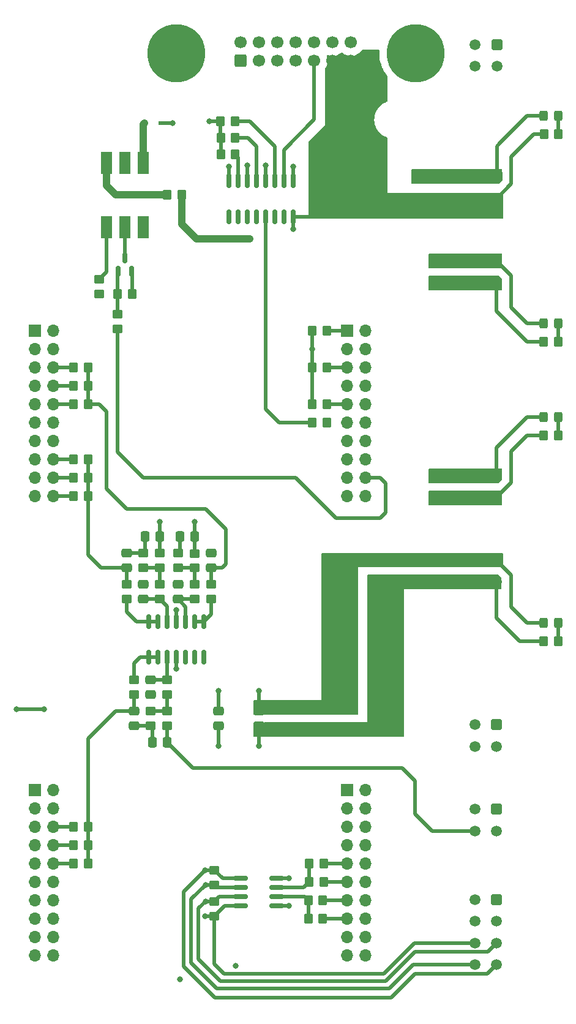
<source format=gbr>
%TF.GenerationSoftware,KiCad,Pcbnew,(6.0.1)*%
%TF.CreationDate,2022-06-02T13:00:42+03:00*%
%TF.ProjectId,Launch-Adapter,4c61756e-6368-42d4-9164-61707465722e,rev?*%
%TF.SameCoordinates,Original*%
%TF.FileFunction,Copper,L1,Top*%
%TF.FilePolarity,Positive*%
%FSLAX46Y46*%
G04 Gerber Fmt 4.6, Leading zero omitted, Abs format (unit mm)*
G04 Created by KiCad (PCBNEW (6.0.1)) date 2022-06-02 13:00:42*
%MOMM*%
%LPD*%
G01*
G04 APERTURE LIST*
G04 Aperture macros list*
%AMRoundRect*
0 Rectangle with rounded corners*
0 $1 Rounding radius*
0 $2 $3 $4 $5 $6 $7 $8 $9 X,Y pos of 4 corners*
0 Add a 4 corners polygon primitive as box body*
4,1,4,$2,$3,$4,$5,$6,$7,$8,$9,$2,$3,0*
0 Add four circle primitives for the rounded corners*
1,1,$1+$1,$2,$3*
1,1,$1+$1,$4,$5*
1,1,$1+$1,$6,$7*
1,1,$1+$1,$8,$9*
0 Add four rect primitives between the rounded corners*
20,1,$1+$1,$2,$3,$4,$5,0*
20,1,$1+$1,$4,$5,$6,$7,0*
20,1,$1+$1,$6,$7,$8,$9,0*
20,1,$1+$1,$8,$9,$2,$3,0*%
G04 Aperture macros list end*
%TA.AperFunction,SMDPad,CuDef*%
%ADD10RoundRect,0.250000X0.350000X0.450000X-0.350000X0.450000X-0.350000X-0.450000X0.350000X-0.450000X0*%
%TD*%
%TA.AperFunction,SMDPad,CuDef*%
%ADD11RoundRect,0.250000X-0.350000X-0.450000X0.350000X-0.450000X0.350000X0.450000X-0.350000X0.450000X0*%
%TD*%
%TA.AperFunction,SMDPad,CuDef*%
%ADD12RoundRect,0.250000X0.475000X-0.337500X0.475000X0.337500X-0.475000X0.337500X-0.475000X-0.337500X0*%
%TD*%
%TA.AperFunction,SMDPad,CuDef*%
%ADD13RoundRect,0.250000X1.100000X-0.412500X1.100000X0.412500X-1.100000X0.412500X-1.100000X-0.412500X0*%
%TD*%
%TA.AperFunction,ComponentPad*%
%ADD14RoundRect,0.250001X-0.499999X0.499999X-0.499999X-0.499999X0.499999X-0.499999X0.499999X0.499999X0*%
%TD*%
%TA.AperFunction,ComponentPad*%
%ADD15C,1.500000*%
%TD*%
%TA.AperFunction,SMDPad,CuDef*%
%ADD16RoundRect,0.250000X0.450000X-0.350000X0.450000X0.350000X-0.450000X0.350000X-0.450000X-0.350000X0*%
%TD*%
%TA.AperFunction,SMDPad,CuDef*%
%ADD17RoundRect,0.250000X-0.450000X0.350000X-0.450000X-0.350000X0.450000X-0.350000X0.450000X0.350000X0*%
%TD*%
%TA.AperFunction,ComponentPad*%
%ADD18RoundRect,0.250000X0.600000X-0.600000X0.600000X0.600000X-0.600000X0.600000X-0.600000X-0.600000X0*%
%TD*%
%TA.AperFunction,ComponentPad*%
%ADD19C,1.700000*%
%TD*%
%TA.AperFunction,ComponentPad*%
%ADD20C,8.000000*%
%TD*%
%TA.AperFunction,SMDPad,CuDef*%
%ADD21RoundRect,0.250000X-0.475000X0.337500X-0.475000X-0.337500X0.475000X-0.337500X0.475000X0.337500X0*%
%TD*%
%TA.AperFunction,SMDPad,CuDef*%
%ADD22RoundRect,0.250000X-0.325000X-0.450000X0.325000X-0.450000X0.325000X0.450000X-0.325000X0.450000X0*%
%TD*%
%TA.AperFunction,SMDPad,CuDef*%
%ADD23RoundRect,0.150000X-0.150000X0.850000X-0.150000X-0.850000X0.150000X-0.850000X0.150000X0.850000X0*%
%TD*%
%TA.AperFunction,SMDPad,CuDef*%
%ADD24RoundRect,0.150000X-0.150000X0.825000X-0.150000X-0.825000X0.150000X-0.825000X0.150000X0.825000X0*%
%TD*%
%TA.AperFunction,SMDPad,CuDef*%
%ADD25RoundRect,0.250000X0.337500X0.475000X-0.337500X0.475000X-0.337500X-0.475000X0.337500X-0.475000X0*%
%TD*%
%TA.AperFunction,ComponentPad*%
%ADD26R,1.700000X1.700000*%
%TD*%
%TA.AperFunction,ComponentPad*%
%ADD27O,1.700000X1.700000*%
%TD*%
%TA.AperFunction,SMDPad,CuDef*%
%ADD28RoundRect,0.150000X0.150000X-0.587500X0.150000X0.587500X-0.150000X0.587500X-0.150000X-0.587500X0*%
%TD*%
%TA.AperFunction,SMDPad,CuDef*%
%ADD29R,1.600000X3.100000*%
%TD*%
%TA.AperFunction,SMDPad,CuDef*%
%ADD30R,0.500000X0.500000*%
%TD*%
%TA.AperFunction,SMDPad,CuDef*%
%ADD31RoundRect,0.150000X0.825000X0.150000X-0.825000X0.150000X-0.825000X-0.150000X0.825000X-0.150000X0*%
%TD*%
%TA.AperFunction,ViaPad*%
%ADD32C,0.800000*%
%TD*%
%TA.AperFunction,Conductor*%
%ADD33C,0.500000*%
%TD*%
%TA.AperFunction,Conductor*%
%ADD34C,1.000000*%
%TD*%
G04 APERTURE END LIST*
D10*
%TO.P,R28,1*%
%TO.N,V_IN_ADC*%
X70342000Y-71374000D03*
%TO.P,R28,2*%
%TO.N,Net-(J1-Pad8)*%
X68342000Y-71374000D03*
%TD*%
%TO.P,R31,1*%
%TO.N,V_OUT_ADC*%
X70342000Y-84074000D03*
%TO.P,R31,2*%
%TO.N,Net-(J1-Pad18)*%
X68342000Y-84074000D03*
%TD*%
D11*
%TO.P,R17,1*%
%TO.N,+15V*%
X133382000Y-36576000D03*
%TO.P,R17,2*%
%TO.N,Net-(D4-Pad2)*%
X135382000Y-36576000D03*
%TD*%
D12*
%TO.P,C23,1*%
%TO.N,V_IN_ADC*%
X87376000Y-96541500D03*
%TO.P,C23,2*%
%TO.N,GND*%
X87376000Y-94466500D03*
%TD*%
D10*
%TO.P,R35,1*%
%TO.N,I_INDUCT_ADC*%
X70342000Y-137414000D03*
%TO.P,R35,2*%
%TO.N,Net-(J2-Pad10)*%
X68342000Y-137414000D03*
%TD*%
D13*
%TO.P,C5,1*%
%TO.N,+3V3*%
X120490000Y-57188500D03*
%TO.P,C5,2*%
%TO.N,GND*%
X120490000Y-54063500D03*
%TD*%
D10*
%TO.P,R29,1*%
%TO.N,V_IN_ADC*%
X70342000Y-73914000D03*
%TO.P,R29,2*%
%TO.N,Net-(J1-Pad10)*%
X68342000Y-73914000D03*
%TD*%
D12*
%TO.P,C1,1*%
%TO.N,+3V3*%
X88345000Y-118385500D03*
%TO.P,C1,2*%
%TO.N,GND*%
X88345000Y-116310500D03*
%TD*%
D11*
%TO.P,R20,1*%
%TO.N,+5VD*%
X133366000Y-106680000D03*
%TO.P,R20,2*%
%TO.N,Net-(D7-Pad2)*%
X135366000Y-106680000D03*
%TD*%
D14*
%TO.P,J13,1,Pin_1*%
%TO.N,GND*%
X126878500Y-24154000D03*
D15*
%TO.P,J13,2,Pin_2*%
%TO.N,Net-(D1-Pad4)*%
X126878500Y-27154000D03*
%TO.P,J13,3,Pin_3*%
%TO.N,GND*%
X123878500Y-24154000D03*
%TO.P,J13,4,Pin_4*%
%TO.N,Net-(D1-Pad4)*%
X123878500Y-27154000D03*
%TD*%
D10*
%TO.P,R38,1*%
%TO.N,Net-(J3-Pad9)*%
X103362000Y-73914000D03*
%TO.P,R38,2*%
%TO.N,PWM_IN*%
X101362000Y-73914000D03*
%TD*%
D16*
%TO.P,R8,1*%
%TO.N,Net-(R12-Pad2)*%
X85068500Y-96520000D03*
%TO.P,R8,2*%
%TO.N,V_IN*%
X85068500Y-94520000D03*
%TD*%
D17*
%TO.P,R15,1*%
%TO.N,V_IN_ADC*%
X87376000Y-98822000D03*
%TO.P,R15,2*%
%TO.N,Net-(R15-Pad2)*%
X87376000Y-100822000D03*
%TD*%
D18*
%TO.P,J5,1,Pin_1*%
%TO.N,RESET*%
X91440000Y-26416000D03*
D19*
%TO.P,J5,2,Pin_2*%
%TO.N,GND*%
X91440000Y-23876000D03*
%TO.P,J5,3,Pin_3*%
%TO.N,nERR_IN*%
X93980000Y-26416000D03*
%TO.P,J5,4,Pin_4*%
%TO.N,GND*%
X93980000Y-23876000D03*
%TO.P,J5,5,Pin_5*%
%TO.N,nERR_OUT*%
X96520000Y-26416000D03*
%TO.P,J5,6,Pin_6*%
%TO.N,GND*%
X96520000Y-23876000D03*
%TO.P,J5,7,Pin_7*%
%TO.N,unconnected-(J5-Pad7)*%
X99060000Y-26416000D03*
%TO.P,J5,8,Pin_8*%
%TO.N,GND*%
X99060000Y-23876000D03*
%TO.P,J5,9,Pin_9*%
%TO.N,PWM_OUT*%
X101600000Y-26416000D03*
%TO.P,J5,10,Pin_10*%
%TO.N,GND*%
X101600000Y-23876000D03*
%TO.P,J5,11,Pin_11*%
%TO.N,+15V*%
X104140000Y-26416000D03*
%TO.P,J5,12,Pin_12*%
%TO.N,GND*%
X104140000Y-23876000D03*
%TO.P,J5,13,Pin_13*%
%TO.N,+15V*%
X106680000Y-26416000D03*
%TO.P,J5,14,Pin_14*%
%TO.N,GND*%
X106680000Y-23876000D03*
D20*
%TO.P,J5,MP*%
%TO.N,N/C*%
X115620000Y-25396000D03*
X82500000Y-25396000D03*
%TD*%
D14*
%TO.P,J9,1,Pin_1*%
%TO.N,GND*%
X126840000Y-54084000D03*
D15*
%TO.P,J9,2,Pin_2*%
%TO.N,+3V3*%
X126840000Y-57084000D03*
%TO.P,J9,3,Pin_3*%
%TO.N,GND*%
X123840000Y-54084000D03*
%TO.P,J9,4,Pin_4*%
%TO.N,+3V3*%
X123840000Y-57084000D03*
%TD*%
D12*
%TO.P,C19,1*%
%TO.N,Net-(C19-Pad1)*%
X82782500Y-100859500D03*
%TO.P,C19,2*%
%TO.N,GND*%
X82782500Y-98784500D03*
%TD*%
D17*
%TO.P,R11,1*%
%TO.N,Net-(C18-Pad1)*%
X81280000Y-112030000D03*
%TO.P,R11,2*%
%TO.N,Net-(R11-Pad2)*%
X81280000Y-114030000D03*
%TD*%
D21*
%TO.P,C18,1*%
%TO.N,Net-(C18-Pad1)*%
X78994000Y-111992500D03*
%TO.P,C18,2*%
%TO.N,GND*%
X78994000Y-114067500D03*
%TD*%
D16*
%TO.P,R16,1*%
%TO.N,Relay_Control*%
X74422000Y-63484000D03*
%TO.P,R16,2*%
%TO.N,Net-(Q1-Pad1)*%
X74422000Y-61484000D03*
%TD*%
D10*
%TO.P,R27,1*%
%TO.N,V_IN_ADC*%
X70342000Y-68834000D03*
%TO.P,R27,2*%
%TO.N,Net-(J1-Pad6)*%
X68342000Y-68834000D03*
%TD*%
%TO.P,R34,1*%
%TO.N,I_INDUCT_ADC*%
X70342000Y-134874000D03*
%TO.P,R34,2*%
%TO.N,Net-(J2-Pad8)*%
X68342000Y-134874000D03*
%TD*%
D14*
%TO.P,J10,1,Pin_1*%
%TO.N,GND2*%
X126840000Y-95446000D03*
D15*
%TO.P,J10,2,Pin_2*%
%TO.N,+5VD*%
X126840000Y-98446000D03*
%TO.P,J10,3,Pin_3*%
%TO.N,GND2*%
X123840000Y-95446000D03*
%TO.P,J10,4,Pin_4*%
%TO.N,+5VD*%
X123840000Y-98446000D03*
%TD*%
D17*
%TO.P,R6,1*%
%TO.N,Net-(R11-Pad2)*%
X81280000Y-116348000D03*
%TO.P,R6,2*%
%TO.N,I_INDUCT*%
X81280000Y-118348000D03*
%TD*%
D16*
%TO.P,R10,1*%
%TO.N,Net-(C17-Pad1)*%
X80264000Y-100822000D03*
%TO.P,R10,2*%
%TO.N,Net-(R10-Pad2)*%
X80264000Y-98822000D03*
%TD*%
D13*
%TO.P,C2,1*%
%TO.N,+15V*%
X120396000Y-45504500D03*
%TO.P,C2,2*%
%TO.N,GND*%
X120396000Y-42379500D03*
%TD*%
D17*
%TO.P,R1,1*%
%TO.N,B*%
X87819000Y-142637000D03*
%TO.P,R1,2*%
%TO.N,A*%
X87819000Y-144637000D03*
%TD*%
D11*
%TO.P,R19,1*%
%TO.N,+3V3*%
X133366000Y-65278000D03*
%TO.P,R19,2*%
%TO.N,Net-(D6-Pad2)*%
X135366000Y-65278000D03*
%TD*%
D22*
%TO.P,D4,1,K*%
%TO.N,GND*%
X133357000Y-34036000D03*
%TO.P,D4,2,A*%
%TO.N,Net-(D4-Pad2)*%
X135407000Y-34036000D03*
%TD*%
%TO.P,D7,1,K*%
%TO.N,GND2*%
X133341000Y-104140000D03*
%TO.P,D7,2,A*%
%TO.N,Net-(D7-Pad2)*%
X135391000Y-104140000D03*
%TD*%
D12*
%TO.P,C7,1*%
%TO.N,+5VD*%
X93933000Y-118385500D03*
%TO.P,C7,2*%
%TO.N,GND2*%
X93933000Y-116310500D03*
%TD*%
D11*
%TO.P,R45,1*%
%TO.N,RO*%
X100797000Y-145034000D03*
%TO.P,R45,2*%
%TO.N,Net-(J4-Pad15)*%
X102797000Y-145034000D03*
%TD*%
%TO.P,R21,1*%
%TO.N,GND*%
X88662000Y-34798000D03*
%TO.P,R21,2*%
%TO.N,PWM_IN*%
X90662000Y-34798000D03*
%TD*%
D23*
%TO.P,D8,1,VCC*%
%TO.N,+5V*%
X98679000Y-42966000D03*
%TO.P,D8,2,Aout*%
%TO.N,PWM_OUT*%
X97409000Y-42966000D03*
%TO.P,D8,3,Ain*%
%TO.N,PWM_IN*%
X96139000Y-42966000D03*
%TO.P,D8,4,Bout*%
%TO.N,nERR_IN*%
X94869000Y-42966000D03*
%TO.P,D8,5,Bin*%
%TO.N,nERR_IN_GPIO*%
X93599000Y-42966000D03*
%TO.P,D8,6,Cout*%
%TO.N,RESET*%
X92329000Y-42966000D03*
%TO.P,D8,7,Cin*%
%TO.N,RESET_GPIO*%
X91059000Y-42966000D03*
%TO.P,D8,8,VSS*%
%TO.N,GND*%
X89789000Y-42966000D03*
%TO.P,D8,9,Din*%
%TO.N,unconnected-(D8-Pad9)*%
X89789000Y-47966000D03*
%TO.P,D8,10,Dout*%
%TO.N,unconnected-(D8-Pad10)*%
X91059000Y-47966000D03*
%TO.P,D8,11,Ein*%
%TO.N,unconnected-(D8-Pad11)*%
X92329000Y-47966000D03*
%TO.P,D8,12,Eout*%
%TO.N,unconnected-(D8-Pad12)*%
X93599000Y-47966000D03*
%TO.P,D8,13,SELECT*%
%TO.N,Net-(D8-Pad13)*%
X94869000Y-47966000D03*
%TO.P,D8,14,Fin*%
%TO.N,unconnected-(D8-Pad14)*%
X96139000Y-47966000D03*
%TO.P,D8,15,Fout*%
%TO.N,unconnected-(D8-Pad15)*%
X97409000Y-47966000D03*
%TO.P,D8,16,VDD*%
%TO.N,+15V*%
X98679000Y-47966000D03*
%TD*%
D10*
%TO.P,R33,1*%
%TO.N,I_INDUCT_ADC*%
X70342000Y-132334000D03*
%TO.P,R33,2*%
%TO.N,Net-(J2-Pad6)*%
X68342000Y-132334000D03*
%TD*%
%TO.P,R32,1*%
%TO.N,V_OUT_ADC*%
X70342000Y-86614000D03*
%TO.P,R32,2*%
%TO.N,Net-(J1-Pad20)*%
X68342000Y-86614000D03*
%TD*%
D16*
%TO.P,R14,1*%
%TO.N,I_INDUCT_ADC*%
X76708000Y-114030000D03*
%TO.P,R14,2*%
%TO.N,Net-(R14-Pad2)*%
X76708000Y-112030000D03*
%TD*%
D10*
%TO.P,R41,1*%
%TO.N,+15V*%
X83296000Y-44958000D03*
%TO.P,R41,2*%
%TO.N,Net-(D1-Pad6)*%
X81296000Y-44958000D03*
%TD*%
D12*
%TO.P,C21,1*%
%TO.N,V_OUT_ADC*%
X75692000Y-96541500D03*
%TO.P,C21,2*%
%TO.N,GND*%
X75692000Y-94466500D03*
%TD*%
D11*
%TO.P,R22,1*%
%TO.N,Net-(D8-Pad13)*%
X101362000Y-76454000D03*
%TO.P,R22,2*%
%TO.N,+5V*%
X103362000Y-76454000D03*
%TD*%
D24*
%TO.P,U5,1*%
%TO.N,Net-(R15-Pad2)*%
X86360000Y-103951000D03*
%TO.P,U5,2,-*%
X85090000Y-103951000D03*
%TO.P,U5,3,+*%
%TO.N,Net-(C19-Pad1)*%
X83820000Y-103951000D03*
%TO.P,U5,4,V+*%
%TO.N,+3V3*%
X82550000Y-103951000D03*
%TO.P,U5,5,+*%
%TO.N,Net-(C17-Pad1)*%
X81280000Y-103951000D03*
%TO.P,U5,6,-*%
%TO.N,Net-(R13-Pad2)*%
X80010000Y-103951000D03*
%TO.P,U5,7*%
X78740000Y-103951000D03*
%TO.P,U5,8*%
%TO.N,Net-(R14-Pad2)*%
X78740000Y-108901000D03*
%TO.P,U5,9,-*%
X80010000Y-108901000D03*
%TO.P,U5,10,+*%
%TO.N,Net-(C18-Pad1)*%
X81280000Y-108901000D03*
%TO.P,U5,11,V-*%
%TO.N,GND*%
X82550000Y-108901000D03*
%TO.P,U5,12,+*%
%TO.N,unconnected-(U5-Pad12)*%
X83820000Y-108901000D03*
%TO.P,U5,13,-*%
%TO.N,unconnected-(U5-Pad13)*%
X85090000Y-108901000D03*
%TO.P,U5,14*%
%TO.N,unconnected-(U5-Pad14)*%
X86360000Y-108901000D03*
%TD*%
D11*
%TO.P,R44,1*%
%TO.N,DI*%
X100916000Y-137414000D03*
%TO.P,R44,2*%
%TO.N,Net-(J4-Pad9)*%
X102916000Y-137414000D03*
%TD*%
D14*
%TO.P,J8,1,Pin_1*%
%TO.N,GND*%
X126878500Y-42436000D03*
D15*
%TO.P,J8,2,Pin_2*%
%TO.N,+15V*%
X126878500Y-45436000D03*
%TO.P,J8,3,Pin_3*%
%TO.N,GND*%
X123878500Y-42436000D03*
%TO.P,J8,4,Pin_4*%
%TO.N,+15V*%
X123878500Y-45436000D03*
%TD*%
D17*
%TO.P,R5,1*%
%TO.N,GND*%
X77978000Y-94488000D03*
%TO.P,R5,2*%
%TO.N,Net-(R10-Pad2)*%
X77978000Y-96488000D03*
%TD*%
D14*
%TO.P,J6,1,Pin_1*%
%TO.N,GND*%
X126840000Y-118214000D03*
D15*
%TO.P,J6,2,Pin_2*%
X126840000Y-121214000D03*
%TO.P,J6,3,Pin_3*%
%TO.N,V_IN*%
X123840000Y-118214000D03*
%TO.P,J6,4,Pin_4*%
%TO.N,V_OUT*%
X123840000Y-121214000D03*
%TD*%
D11*
%TO.P,R39,1*%
%TO.N,Net-(Q1-Pad1)*%
X74438000Y-58674000D03*
%TO.P,R39,2*%
%TO.N,GND*%
X76438000Y-58674000D03*
%TD*%
D13*
%TO.P,C6,1*%
%TO.N,+5VD*%
X120236000Y-98496500D03*
%TO.P,C6,2*%
%TO.N,GND2*%
X120236000Y-95371500D03*
%TD*%
%TO.P,C3,1*%
%TO.N,+5V*%
X120236000Y-86851000D03*
%TO.P,C3,2*%
%TO.N,GND*%
X120236000Y-83726000D03*
%TD*%
D25*
%TO.P,C15,1*%
%TO.N,I_INDUCT*%
X81301500Y-120650000D03*
%TO.P,C15,2*%
%TO.N,GND*%
X79226500Y-120650000D03*
%TD*%
D26*
%TO.P,J2,1,Pin_1*%
%TO.N,+3V3*%
X62992000Y-127254000D03*
D27*
%TO.P,J2,2,Pin_2*%
%TO.N,+5V*%
X65532000Y-127254000D03*
%TO.P,J2,3,Pin_3*%
%TO.N,unconnected-(J2-Pad3)*%
X62992000Y-129794000D03*
%TO.P,J2,4,Pin_4*%
%TO.N,GND*%
X65532000Y-129794000D03*
%TO.P,J2,5,Pin_5*%
%TO.N,unconnected-(J2-Pad5)*%
X62992000Y-132334000D03*
%TO.P,J2,6,Pin_6*%
%TO.N,Net-(J2-Pad6)*%
X65532000Y-132334000D03*
%TO.P,J2,7,Pin_7*%
%TO.N,unconnected-(J2-Pad7)*%
X62992000Y-134874000D03*
%TO.P,J2,8,Pin_8*%
%TO.N,Net-(J2-Pad8)*%
X65532000Y-134874000D03*
%TO.P,J2,9,Pin_9*%
%TO.N,unconnected-(J2-Pad9)*%
X62992000Y-137414000D03*
%TO.P,J2,10,Pin_10*%
%TO.N,Net-(J2-Pad10)*%
X65532000Y-137414000D03*
%TO.P,J2,11,Pin_11*%
%TO.N,unconnected-(J2-Pad11)*%
X62992000Y-139954000D03*
%TO.P,J2,12,Pin_12*%
%TO.N,unconnected-(J2-Pad12)*%
X65532000Y-139954000D03*
%TO.P,J2,13,Pin_13*%
%TO.N,unconnected-(J2-Pad13)*%
X62992000Y-142494000D03*
%TO.P,J2,14,Pin_14*%
%TO.N,unconnected-(J2-Pad14)*%
X65532000Y-142494000D03*
%TO.P,J2,15,Pin_15*%
%TO.N,unconnected-(J2-Pad15)*%
X62992000Y-145034000D03*
%TO.P,J2,16,Pin_16*%
%TO.N,unconnected-(J2-Pad16)*%
X65532000Y-145034000D03*
%TO.P,J2,17,Pin_17*%
%TO.N,unconnected-(J2-Pad17)*%
X62992000Y-147574000D03*
%TO.P,J2,18,Pin_18*%
%TO.N,unconnected-(J2-Pad18)*%
X65532000Y-147574000D03*
%TO.P,J2,19,Pin_19*%
%TO.N,unconnected-(J2-Pad19)*%
X62992000Y-150114000D03*
%TO.P,J2,20,Pin_20*%
%TO.N,unconnected-(J2-Pad20)*%
X65532000Y-150114000D03*
%TD*%
D16*
%TO.P,R4,1*%
%TO.N,Net-(R10-Pad2)*%
X80264000Y-96488000D03*
%TO.P,R4,2*%
%TO.N,V_OUT*%
X80264000Y-94488000D03*
%TD*%
D17*
%TO.P,R9,1*%
%TO.N,GND*%
X82782500Y-94504000D03*
%TO.P,R9,2*%
%TO.N,Net-(R12-Pad2)*%
X82782500Y-96504000D03*
%TD*%
D22*
%TO.P,D6,1,K*%
%TO.N,GND*%
X133341000Y-62738000D03*
%TO.P,D6,2,A*%
%TO.N,Net-(D6-Pad2)*%
X135391000Y-62738000D03*
%TD*%
%TO.P,D5,1,K*%
%TO.N,GND*%
X133341000Y-75692000D03*
%TO.P,D5,2,A*%
%TO.N,Net-(D5-Pad2)*%
X135391000Y-75692000D03*
%TD*%
D28*
%TO.P,Q1,1,B*%
%TO.N,Net-(Q1-Pad1)*%
X74488000Y-55547500D03*
%TO.P,Q1,2,E*%
%TO.N,GND*%
X76388000Y-55547500D03*
%TO.P,Q1,3,C*%
%TO.N,Net-(D1-Pad2)*%
X75438000Y-53672500D03*
%TD*%
D10*
%TO.P,R36,1*%
%TO.N,Net-(J3-Pad1)*%
X103362000Y-63754000D03*
%TO.P,R36,2*%
%TO.N,PWM_IN*%
X101362000Y-63754000D03*
%TD*%
D29*
%TO.P,D1,1*%
%TO.N,Net-(D1-Pad1)*%
X72898000Y-49403000D03*
%TO.P,D1,2*%
%TO.N,Net-(D1-Pad2)*%
X75438000Y-49403000D03*
%TO.P,D1,3*%
%TO.N,unconnected-(D1-Pad3)*%
X77978000Y-49403000D03*
%TO.P,D1,4*%
%TO.N,Net-(D1-Pad4)*%
X77978000Y-40513000D03*
%TO.P,D1,5*%
%TO.N,unconnected-(D1-Pad5)*%
X75438000Y-40513000D03*
%TO.P,D1,6*%
%TO.N,Net-(D1-Pad6)*%
X72898000Y-40513000D03*
%TD*%
D14*
%TO.P,J12,1,Pin_1*%
%TO.N,GND*%
X126840000Y-129898000D03*
D15*
%TO.P,J12,2,Pin_2*%
%TO.N,I_INDUCT*%
X126840000Y-132898000D03*
%TO.P,J12,3,Pin_3*%
%TO.N,GND*%
X123840000Y-129898000D03*
%TO.P,J12,4,Pin_4*%
%TO.N,I_INDUCT*%
X123840000Y-132898000D03*
%TD*%
D10*
%TO.P,R30,1*%
%TO.N,V_OUT_ADC*%
X70342000Y-81534000D03*
%TO.P,R30,2*%
%TO.N,Net-(J1-Pad16)*%
X68342000Y-81534000D03*
%TD*%
D21*
%TO.P,C22,1*%
%TO.N,I_INDUCT_ADC*%
X76708000Y-116310500D03*
%TO.P,C22,2*%
%TO.N,GND*%
X76708000Y-118385500D03*
%TD*%
D14*
%TO.P,J11,1,Pin_1*%
%TO.N,CANL*%
X126840000Y-142392000D03*
D15*
%TO.P,J11,2,Pin_2*%
%TO.N,V_IN_PWR*%
X126840000Y-145392000D03*
%TO.P,J11,3,Pin_3*%
%TO.N,B*%
X126840000Y-148392000D03*
%TO.P,J11,4,Pin_4*%
%TO.N,Y*%
X126840000Y-151392000D03*
%TO.P,J11,5,Pin_5*%
%TO.N,CANH*%
X123840000Y-142392000D03*
%TO.P,J11,6,Pin_6*%
%TO.N,GNDD*%
X123840000Y-145392000D03*
%TO.P,J11,7,Pin_7*%
%TO.N,A*%
X123840000Y-148392000D03*
%TO.P,J11,8,Pin_8*%
%TO.N,Z*%
X123840000Y-151392000D03*
%TD*%
D12*
%TO.P,C17,1*%
%TO.N,Net-(C17-Pad1)*%
X77978000Y-100859500D03*
%TO.P,C17,2*%
%TO.N,GND*%
X77978000Y-98784500D03*
%TD*%
D17*
%TO.P,R2,1*%
%TO.N,Y*%
X87819000Y-138319000D03*
%TO.P,R2,2*%
%TO.N,Z*%
X87819000Y-140319000D03*
%TD*%
D16*
%TO.P,R7,1*%
%TO.N,GND*%
X78994000Y-118348000D03*
%TO.P,R7,2*%
%TO.N,Net-(R11-Pad2)*%
X78994000Y-116348000D03*
%TD*%
D17*
%TO.P,R40,1*%
%TO.N,Net-(D1-Pad1)*%
X71882000Y-56658000D03*
%TO.P,R40,2*%
%TO.N,+3V3*%
X71882000Y-58658000D03*
%TD*%
D26*
%TO.P,J4,1,Pin_1*%
%TO.N,unconnected-(J4-Pad1)*%
X106172000Y-127254000D03*
D27*
%TO.P,J4,2,Pin_2*%
%TO.N,unconnected-(J4-Pad2)*%
X108712000Y-127254000D03*
%TO.P,J4,3,Pin_3*%
%TO.N,unconnected-(J4-Pad3)*%
X106172000Y-129794000D03*
%TO.P,J4,4,Pin_4*%
%TO.N,unconnected-(J4-Pad4)*%
X108712000Y-129794000D03*
%TO.P,J4,5,Pin_5*%
%TO.N,unconnected-(J4-Pad5)*%
X106172000Y-132334000D03*
%TO.P,J4,6,Pin_6*%
%TO.N,unconnected-(J4-Pad6)*%
X108712000Y-132334000D03*
%TO.P,J4,7,Pin_7*%
%TO.N,unconnected-(J4-Pad7)*%
X106172000Y-134874000D03*
%TO.P,J4,8,Pin_8*%
%TO.N,unconnected-(J4-Pad8)*%
X108712000Y-134874000D03*
%TO.P,J4,9,Pin_9*%
%TO.N,Net-(J4-Pad9)*%
X106172000Y-137414000D03*
%TO.P,J4,10,Pin_10*%
%TO.N,unconnected-(J4-Pad10)*%
X108712000Y-137414000D03*
%TO.P,J4,11,Pin_11*%
%TO.N,Net-(J4-Pad11)*%
X106172000Y-139954000D03*
%TO.P,J4,12,Pin_12*%
%TO.N,unconnected-(J4-Pad12)*%
X108712000Y-139954000D03*
%TO.P,J4,13,Pin_13*%
%TO.N,Net-(J4-Pad13)*%
X106172000Y-142494000D03*
%TO.P,J4,14,Pin_14*%
%TO.N,unconnected-(J4-Pad14)*%
X108712000Y-142494000D03*
%TO.P,J4,15,Pin_15*%
%TO.N,Net-(J4-Pad15)*%
X106172000Y-145034000D03*
%TO.P,J4,16,Pin_16*%
%TO.N,unconnected-(J4-Pad16)*%
X108712000Y-145034000D03*
%TO.P,J4,17,Pin_17*%
%TO.N,unconnected-(J4-Pad17)*%
X106172000Y-147574000D03*
%TO.P,J4,18,Pin_18*%
%TO.N,unconnected-(J4-Pad18)*%
X108712000Y-147574000D03*
%TO.P,J4,19,Pin_19*%
%TO.N,unconnected-(J4-Pad19)*%
X106172000Y-150114000D03*
%TO.P,J4,20,Pin_20*%
%TO.N,unconnected-(J4-Pad20)*%
X108712000Y-150114000D03*
%TD*%
D26*
%TO.P,J3,1,Pin_1*%
%TO.N,Net-(J3-Pad1)*%
X106172000Y-63754000D03*
D27*
%TO.P,J3,2,Pin_2*%
%TO.N,unconnected-(J3-Pad2)*%
X108712000Y-63754000D03*
%TO.P,J3,3,Pin_3*%
%TO.N,unconnected-(J3-Pad3)*%
X106172000Y-66294000D03*
%TO.P,J3,4,Pin_4*%
%TO.N,unconnected-(J3-Pad4)*%
X108712000Y-66294000D03*
%TO.P,J3,5,Pin_5*%
%TO.N,Net-(J3-Pad5)*%
X106172000Y-68834000D03*
%TO.P,J3,6,Pin_6*%
%TO.N,unconnected-(J3-Pad6)*%
X108712000Y-68834000D03*
%TO.P,J3,7,Pin_7*%
%TO.N,unconnected-(J3-Pad7)*%
X106172000Y-71374000D03*
%TO.P,J3,8,Pin_8*%
%TO.N,unconnected-(J3-Pad8)*%
X108712000Y-71374000D03*
%TO.P,J3,9,Pin_9*%
%TO.N,Net-(J3-Pad9)*%
X106172000Y-73914000D03*
%TO.P,J3,10,Pin_10*%
%TO.N,unconnected-(J3-Pad10)*%
X108712000Y-73914000D03*
%TO.P,J3,11,Pin_11*%
%TO.N,unconnected-(J3-Pad11)*%
X106172000Y-76454000D03*
%TO.P,J3,12,Pin_12*%
%TO.N,unconnected-(J3-Pad12)*%
X108712000Y-76454000D03*
%TO.P,J3,13,Pin_13*%
%TO.N,RESET_GPIO*%
X106172000Y-78994000D03*
%TO.P,J3,14,Pin_14*%
%TO.N,unconnected-(J3-Pad14)*%
X108712000Y-78994000D03*
%TO.P,J3,15,Pin_15*%
%TO.N,nERR_IN_GPIO*%
X106172000Y-81534000D03*
%TO.P,J3,16,Pin_16*%
%TO.N,unconnected-(J3-Pad16)*%
X108712000Y-81534000D03*
%TO.P,J3,17,Pin_17*%
%TO.N,unconnected-(J3-Pad17)*%
X106172000Y-84074000D03*
%TO.P,J3,18,Pin_18*%
%TO.N,Relay_Control*%
X108712000Y-84074000D03*
%TO.P,J3,19,Pin_19*%
%TO.N,unconnected-(J3-Pad19)*%
X106172000Y-86614000D03*
%TO.P,J3,20,Pin_20*%
%TO.N,unconnected-(J3-Pad20)*%
X108712000Y-86614000D03*
%TD*%
D25*
%TO.P,C14,1*%
%TO.N,V_OUT*%
X80285500Y-92202000D03*
%TO.P,C14,2*%
%TO.N,GND*%
X78210500Y-92202000D03*
%TD*%
D14*
%TO.P,J7,1,Pin_1*%
%TO.N,GND*%
X126840000Y-83764500D03*
D15*
%TO.P,J7,2,Pin_2*%
%TO.N,+5V*%
X126840000Y-86764500D03*
%TO.P,J7,3,Pin_3*%
%TO.N,GND*%
X123840000Y-83764500D03*
%TO.P,J7,4,Pin_4*%
%TO.N,+5V*%
X123840000Y-86764500D03*
%TD*%
D30*
%TO.P,D2,1,K*%
%TO.N,Net-(D1-Pad4)*%
X78148000Y-35052000D03*
%TO.P,D2,2,A*%
%TO.N,GND*%
X80348000Y-35052000D03*
%TD*%
D25*
%TO.P,C16,1*%
%TO.N,V_IN*%
X85090000Y-92202000D03*
%TO.P,C16,2*%
%TO.N,GND*%
X83015000Y-92202000D03*
%TD*%
D10*
%TO.P,R37,1*%
%TO.N,Net-(J3-Pad5)*%
X103362000Y-68834000D03*
%TO.P,R37,2*%
%TO.N,PWM_IN*%
X101362000Y-68834000D03*
%TD*%
D11*
%TO.P,R46,1*%
%TO.N,RO*%
X100797000Y-142494000D03*
%TO.P,R46,2*%
%TO.N,Net-(J4-Pad13)*%
X102797000Y-142494000D03*
%TD*%
D31*
%TO.P,U4,1,VCC*%
%TO.N,+3V3*%
X96390000Y-143256000D03*
%TO.P,U4,2,RO*%
%TO.N,RO*%
X96390000Y-141986000D03*
%TO.P,U4,3,DI*%
%TO.N,DI*%
X96390000Y-140716000D03*
%TO.P,U4,4,GND*%
%TO.N,GND*%
X96390000Y-139446000D03*
%TO.P,U4,5,Y*%
%TO.N,Y*%
X91440000Y-139446000D03*
%TO.P,U4,6,Z*%
%TO.N,Z*%
X91440000Y-140716000D03*
%TO.P,U4,7,B*%
%TO.N,B*%
X91440000Y-141986000D03*
%TO.P,U4,8,A*%
%TO.N,A*%
X91440000Y-143256000D03*
%TD*%
D11*
%TO.P,R43,1*%
%TO.N,DI*%
X100916000Y-139954000D03*
%TO.P,R43,2*%
%TO.N,Net-(J4-Pad11)*%
X102916000Y-139954000D03*
%TD*%
D26*
%TO.P,J1,1,Pin_1*%
%TO.N,+3V3*%
X62992000Y-63754000D03*
D27*
%TO.P,J1,2,Pin_2*%
%TO.N,+5V*%
X65532000Y-63754000D03*
%TO.P,J1,3,Pin_3*%
%TO.N,unconnected-(J1-Pad3)*%
X62992000Y-66294000D03*
%TO.P,J1,4,Pin_4*%
%TO.N,GND*%
X65532000Y-66294000D03*
%TO.P,J1,5,Pin_5*%
%TO.N,TXD*%
X62992000Y-68834000D03*
%TO.P,J1,6,Pin_6*%
%TO.N,Net-(J1-Pad6)*%
X65532000Y-68834000D03*
%TO.P,J1,7,Pin_7*%
%TO.N,RXD*%
X62992000Y-71374000D03*
%TO.P,J1,8,Pin_8*%
%TO.N,Net-(J1-Pad8)*%
X65532000Y-71374000D03*
%TO.P,J1,9,Pin_9*%
%TO.N,unconnected-(J1-Pad9)*%
X62992000Y-73914000D03*
%TO.P,J1,10,Pin_10*%
%TO.N,Net-(J1-Pad10)*%
X65532000Y-73914000D03*
%TO.P,J1,11,Pin_11*%
%TO.N,unconnected-(J1-Pad11)*%
X62992000Y-76454000D03*
%TO.P,J1,12,Pin_12*%
%TO.N,unconnected-(J1-Pad12)*%
X65532000Y-76454000D03*
%TO.P,J1,13,Pin_13*%
%TO.N,unconnected-(J1-Pad13)*%
X62992000Y-78994000D03*
%TO.P,J1,14,Pin_14*%
%TO.N,unconnected-(J1-Pad14)*%
X65532000Y-78994000D03*
%TO.P,J1,15,Pin_15*%
%TO.N,unconnected-(J1-Pad15)*%
X62992000Y-81534000D03*
%TO.P,J1,16,Pin_16*%
%TO.N,Net-(J1-Pad16)*%
X65532000Y-81534000D03*
%TO.P,J1,17,Pin_17*%
%TO.N,unconnected-(J1-Pad17)*%
X62992000Y-84074000D03*
%TO.P,J1,18,Pin_18*%
%TO.N,Net-(J1-Pad18)*%
X65532000Y-84074000D03*
%TO.P,J1,19,Pin_19*%
%TO.N,unconnected-(J1-Pad19)*%
X62992000Y-86614000D03*
%TO.P,J1,20,Pin_20*%
%TO.N,Net-(J1-Pad20)*%
X65532000Y-86614000D03*
%TD*%
D11*
%TO.P,R18,1*%
%TO.N,+5V*%
X133366000Y-78232000D03*
%TO.P,R18,2*%
%TO.N,Net-(D5-Pad2)*%
X135366000Y-78232000D03*
%TD*%
D16*
%TO.P,R12,1*%
%TO.N,Net-(C19-Pad1)*%
X85068500Y-100822000D03*
%TO.P,R12,2*%
%TO.N,Net-(R12-Pad2)*%
X85068500Y-98822000D03*
%TD*%
D17*
%TO.P,R13,1*%
%TO.N,V_OUT_ADC*%
X75692000Y-98822000D03*
%TO.P,R13,2*%
%TO.N,Net-(R13-Pad2)*%
X75692000Y-100822000D03*
%TD*%
D11*
%TO.P,R42,1*%
%TO.N,GND*%
X88678000Y-37084000D03*
%TO.P,R42,2*%
%TO.N,nERR_IN_GPIO*%
X90678000Y-37084000D03*
%TD*%
D10*
%TO.P,R47,1*%
%TO.N,RESET_GPIO*%
X90678000Y-39370000D03*
%TO.P,R47,2*%
%TO.N,GND*%
X88678000Y-39370000D03*
%TD*%
D32*
%TO.N,nERR_IN*%
X94869000Y-40894000D03*
%TO.N,RESET*%
X92329000Y-40894000D03*
%TO.N,GND*%
X118110000Y-84328000D03*
X118110000Y-83312000D03*
X118110000Y-54610000D03*
X118110000Y-53594000D03*
X118110000Y-42926000D03*
X118110000Y-41910000D03*
X87122000Y-34798000D03*
%TO.N,PWM_IN*%
X90662000Y-34798000D03*
%TO.N,RESET_GPIO*%
X90678000Y-39370000D03*
%TO.N,nERR_IN_GPIO*%
X90678000Y-37084000D03*
%TO.N,+5V*%
X98679000Y-41021000D03*
X118110000Y-86360000D03*
X118110000Y-87376000D03*
X103378000Y-76454000D03*
%TO.N,GND*%
X89789000Y-41021000D03*
X76438000Y-58674000D03*
X82804000Y-98806000D03*
X77978000Y-98806000D03*
X98106000Y-139446000D03*
X82042000Y-35052000D03*
X88345000Y-113538000D03*
X87376000Y-94488000D03*
X79226500Y-120650000D03*
X82550000Y-110490000D03*
X78994000Y-114046000D03*
X82801250Y-94485250D03*
X77978000Y-94488000D03*
%TO.N,+15V*%
X92710000Y-51054000D03*
X98679000Y-49657000D03*
%TO.N,+3V3*%
X82550000Y-102362000D03*
X88345000Y-121158000D03*
X98106000Y-143256000D03*
X71882000Y-58674000D03*
X118204000Y-56642000D03*
X118204000Y-57658000D03*
%TO.N,+5VD*%
X93933000Y-121158000D03*
%TO.N,GND2*%
X93933000Y-113538000D03*
%TO.N,B*%
X86565000Y-142637000D03*
%TO.N,A*%
X86549000Y-144653000D03*
%TO.N,Y*%
X86549000Y-138303000D03*
%TO.N,Z*%
X86565000Y-140319000D03*
%TO.N,V_IN_PWR*%
X83058000Y-153416000D03*
%TO.N,V_OUT*%
X80285500Y-90191500D03*
%TO.N,V_IN*%
X85090000Y-90170000D03*
%TO.N,PWM_IN*%
X101346000Y-66294000D03*
%TO.N,TXD*%
X64262000Y-116078000D03*
X60452000Y-116078000D03*
%TO.N,GNDD*%
X90789000Y-151495000D03*
%TO.N,Net-(D1-Pad4)*%
X77978000Y-37084000D03*
%TD*%
D33*
%TO.N,RESET*%
X92329000Y-42966000D02*
X92329000Y-40894000D01*
%TO.N,nERR_IN*%
X94869000Y-42966000D02*
X94869000Y-40894000D01*
%TO.N,GND*%
X87122000Y-34798000D02*
X88662000Y-34798000D01*
X88662000Y-37068000D02*
X88678000Y-37084000D01*
X88662000Y-34798000D02*
X88662000Y-37068000D01*
X88678000Y-39370000D02*
X88678000Y-37084000D01*
%TO.N,nERR_IN_GPIO*%
X93599000Y-40259000D02*
X93599000Y-38227000D01*
%TO.N,PWM_IN*%
X92710000Y-34798000D02*
X90662000Y-34798000D01*
X96139000Y-38227000D02*
X92710000Y-34798000D01*
X96139000Y-40259000D02*
X96139000Y-38227000D01*
%TO.N,nERR_IN_GPIO*%
X92456000Y-37084000D02*
X90678000Y-37084000D01*
X93599000Y-38227000D02*
X92456000Y-37084000D01*
X93599000Y-42966000D02*
X93599000Y-40259000D01*
%TO.N,RESET_GPIO*%
X91059000Y-39751000D02*
X90678000Y-39370000D01*
X91059000Y-42966000D02*
X91059000Y-39751000D01*
%TO.N,+5V*%
X131064000Y-78232000D02*
X128872000Y-80424000D01*
X128872000Y-80424000D02*
X128872000Y-84732500D01*
X133366000Y-78232000D02*
X131064000Y-78232000D01*
X128872000Y-84732500D02*
X126840000Y-86764500D01*
X98679000Y-42966000D02*
X98679000Y-41021000D01*
%TO.N,GND*%
X79226500Y-120650000D02*
X79226500Y-118580500D01*
X88345000Y-113538000D02*
X88345000Y-116310500D01*
X79226500Y-118580500D02*
X78994000Y-118348000D01*
X82550000Y-108901000D02*
X82550000Y-110236000D01*
X126840000Y-79916000D02*
X131064000Y-75692000D01*
X128872000Y-56116000D02*
X126840000Y-54084000D01*
X76438000Y-58674000D02*
X76438000Y-55597500D01*
X82550000Y-110236000D02*
X82550000Y-110490000D01*
X126840000Y-83764500D02*
X126840000Y-79916000D01*
X89789000Y-42966000D02*
X89789000Y-41021000D01*
X76745500Y-118348000D02*
X76708000Y-118385500D01*
X131064000Y-62738000D02*
X128872000Y-60546000D01*
X83015000Y-94271500D02*
X82801250Y-94485250D01*
X80348000Y-35052000D02*
X82042000Y-35052000D01*
X83015000Y-93515000D02*
X83015000Y-94271500D01*
X78210500Y-94255500D02*
X77978000Y-94488000D01*
X131064000Y-34036000D02*
X127254000Y-37846000D01*
X76962000Y-94488000D02*
X75713500Y-94488000D01*
X78994000Y-118348000D02*
X76745500Y-118348000D01*
X78210500Y-92202000D02*
X78210500Y-94255500D01*
X133341000Y-62738000D02*
X131064000Y-62738000D01*
X133357000Y-34036000D02*
X131064000Y-34036000D01*
X75713500Y-94488000D02*
X75692000Y-94466500D01*
X77978000Y-94488000D02*
X76962000Y-94488000D01*
X83015000Y-92202000D02*
X83015000Y-93515000D01*
X82801250Y-94485250D02*
X82782500Y-94504000D01*
X96390000Y-139446000D02*
X98106000Y-139446000D01*
X126878500Y-42436000D02*
X126878500Y-38221500D01*
X76438000Y-55597500D02*
X76388000Y-55547500D01*
X131064000Y-75692000D02*
X133341000Y-75692000D01*
X128872000Y-60546000D02*
X128872000Y-56116000D01*
X126878500Y-38221500D02*
X127254000Y-37846000D01*
D34*
%TO.N,+15V*%
X85090000Y-50800000D02*
X85344000Y-51054000D01*
D33*
X128872000Y-39718000D02*
X128872000Y-43442500D01*
D34*
X83296000Y-44958000D02*
X83296000Y-49006000D01*
D33*
X98679000Y-47966000D02*
X101306000Y-47966000D01*
X98679000Y-47966000D02*
X98679000Y-49657000D01*
X133382000Y-36576000D02*
X132014000Y-36576000D01*
X132014000Y-36576000D02*
X128872000Y-39718000D01*
X128872000Y-43442500D02*
X126878500Y-45436000D01*
X101306000Y-47966000D02*
X101346000Y-48006000D01*
D34*
X85344000Y-51054000D02*
X92710000Y-51054000D01*
X83296000Y-49006000D02*
X85090000Y-50800000D01*
D33*
%TO.N,+3V3*%
X126840000Y-57084000D02*
X126840000Y-61054000D01*
X126840000Y-61054000D02*
X131064000Y-65278000D01*
X96390000Y-143256000D02*
X98106000Y-143256000D01*
X131064000Y-65278000D02*
X133366000Y-65278000D01*
X82550000Y-103951000D02*
X82550000Y-102362000D01*
X88345000Y-121158000D02*
X88345000Y-118385500D01*
%TO.N,+5VD*%
X93933000Y-118385500D02*
X93933000Y-121158000D01*
X130048000Y-106680000D02*
X133366000Y-106680000D01*
X126840000Y-98446000D02*
X126840000Y-103472000D01*
X126840000Y-103472000D02*
X130048000Y-106680000D01*
%TO.N,GND2*%
X128872000Y-97478000D02*
X126840000Y-95446000D01*
X131064000Y-104140000D02*
X128872000Y-101948000D01*
X128872000Y-101948000D02*
X128872000Y-97478000D01*
X133341000Y-104140000D02*
X131064000Y-104140000D01*
X93933000Y-116310500D02*
X93933000Y-113538000D01*
%TO.N,Net-(C17-Pad1)*%
X81280000Y-101838000D02*
X80264000Y-100822000D01*
X80264000Y-100822000D02*
X78015500Y-100822000D01*
X81280000Y-103951000D02*
X81280000Y-101838000D01*
X78015500Y-100822000D02*
X77978000Y-100859500D01*
%TO.N,Net-(C18-Pad1)*%
X78994000Y-111992500D02*
X81242500Y-111992500D01*
X81280000Y-108901000D02*
X81280000Y-111506000D01*
X81242500Y-111992500D02*
X81280000Y-112030000D01*
%TO.N,Net-(C19-Pad1)*%
X83820000Y-103951000D02*
X83820000Y-101897000D01*
X85031000Y-100859500D02*
X85068500Y-100822000D01*
X82782500Y-100859500D02*
X85031000Y-100859500D01*
X83820000Y-101897000D02*
X82782500Y-100859500D01*
%TO.N,Net-(D8-Pad13)*%
X94869000Y-47966000D02*
X94869000Y-74549000D01*
X96774000Y-76454000D02*
X101362000Y-76454000D01*
X94869000Y-74549000D02*
X96774000Y-76454000D01*
%TO.N,Net-(D4-Pad2)*%
X135407000Y-34036000D02*
X135407000Y-36551000D01*
X135407000Y-36551000D02*
X135382000Y-36576000D01*
%TO.N,Net-(D5-Pad2)*%
X135391000Y-75692000D02*
X135391000Y-78207000D01*
%TO.N,Net-(D6-Pad2)*%
X135366000Y-65278000D02*
X135366000Y-62763000D01*
%TO.N,Net-(D7-Pad2)*%
X135366000Y-106680000D02*
X135366000Y-104165000D01*
%TO.N,Net-(R10-Pad2)*%
X80264000Y-98822000D02*
X80264000Y-96488000D01*
X77978000Y-96488000D02*
X80264000Y-96488000D01*
%TO.N,Net-(R11-Pad2)*%
X81280000Y-114030000D02*
X81280000Y-116348000D01*
X78994000Y-116348000D02*
X81280000Y-116348000D01*
%TO.N,Net-(R12-Pad2)*%
X85052500Y-96504000D02*
X85068500Y-96520000D01*
X82782500Y-96504000D02*
X85052500Y-96504000D01*
X85068500Y-98822000D02*
X85068500Y-96520000D01*
%TO.N,Net-(R13-Pad2)*%
X77027000Y-103951000D02*
X78740000Y-103951000D01*
X80010000Y-103951000D02*
X78740000Y-103951000D01*
X75692000Y-100822000D02*
X75692000Y-102616000D01*
X75692000Y-102616000D02*
X77027000Y-103951000D01*
%TO.N,Net-(R14-Pad2)*%
X80010000Y-108901000D02*
X78740000Y-108901000D01*
X77535000Y-108901000D02*
X78740000Y-108901000D01*
X76708000Y-109728000D02*
X77535000Y-108901000D01*
X76708000Y-112030000D02*
X76708000Y-109728000D01*
%TO.N,Net-(R15-Pad2)*%
X87376000Y-100822000D02*
X87376000Y-102935000D01*
X87376000Y-102935000D02*
X86360000Y-103951000D01*
X86360000Y-103951000D02*
X85090000Y-103951000D01*
%TO.N,B*%
X126840000Y-148392000D02*
X125626000Y-149606000D01*
X125626000Y-149606000D02*
X115570000Y-149606000D01*
X88646000Y-153670000D02*
X85598000Y-150622000D01*
X91440000Y-141986000D02*
X88470000Y-141986000D01*
X86565000Y-142637000D02*
X85598000Y-143604000D01*
X87819000Y-142637000D02*
X86565000Y-142637000D01*
X111506000Y-153670000D02*
X88646000Y-153670000D01*
X115570000Y-149606000D02*
X111506000Y-153670000D01*
X88470000Y-141986000D02*
X87819000Y-142637000D01*
X85598000Y-143604000D02*
X85598000Y-150622000D01*
%TO.N,A*%
X89154000Y-152654000D02*
X111252000Y-152654000D01*
X87819000Y-144637000D02*
X87819000Y-151319000D01*
X86565000Y-144637000D02*
X86549000Y-144653000D01*
X91440000Y-143256000D02*
X89200000Y-143256000D01*
X87819000Y-144637000D02*
X86565000Y-144637000D01*
X89200000Y-143256000D02*
X87819000Y-144637000D01*
X115514000Y-148392000D02*
X123840000Y-148392000D01*
X111252000Y-152654000D02*
X115514000Y-148392000D01*
X87819000Y-151319000D02*
X89154000Y-152654000D01*
%TO.N,Y*%
X87884000Y-155956000D02*
X83566000Y-151638000D01*
X115570000Y-152654000D02*
X112268000Y-155956000D01*
X125578000Y-152654000D02*
X115570000Y-152654000D01*
X83566000Y-141286000D02*
X83566000Y-151638000D01*
X86565000Y-138319000D02*
X86549000Y-138303000D01*
X91440000Y-139446000D02*
X88946000Y-139446000D01*
X126840000Y-151392000D02*
X125578000Y-152654000D01*
X86549000Y-138303000D02*
X83566000Y-141286000D01*
X87819000Y-138319000D02*
X86565000Y-138319000D01*
X88946000Y-139446000D02*
X87819000Y-138319000D01*
X112268000Y-155956000D02*
X87884000Y-155956000D01*
%TO.N,Z*%
X84582000Y-151130000D02*
X88138000Y-154686000D01*
X115308000Y-151392000D02*
X123840000Y-151392000D01*
X88138000Y-154686000D02*
X112014000Y-154686000D01*
X112014000Y-154686000D02*
X115308000Y-151392000D01*
X88216000Y-140716000D02*
X87819000Y-140319000D01*
X86565000Y-140319000D02*
X84582000Y-142302000D01*
X91440000Y-140716000D02*
X88216000Y-140716000D01*
X87819000Y-140319000D02*
X86565000Y-140319000D01*
X84582000Y-142302000D02*
X84582000Y-151130000D01*
%TO.N,RO*%
X100289000Y-141986000D02*
X100797000Y-142494000D01*
X100797000Y-142494000D02*
X100797000Y-145034000D01*
X96390000Y-141986000D02*
X100289000Y-141986000D01*
%TO.N,DI*%
X96390000Y-140716000D02*
X100154000Y-140716000D01*
X100154000Y-140716000D02*
X100916000Y-139954000D01*
X100916000Y-137414000D02*
X100916000Y-139954000D01*
%TO.N,V_OUT*%
X80264000Y-94488000D02*
X80264000Y-92223500D01*
X80264000Y-92223500D02*
X80285500Y-92202000D01*
X80285500Y-92202000D02*
X80285500Y-90191500D01*
%TO.N,I_INDUCT*%
X81301500Y-118369500D02*
X81280000Y-118348000D01*
X115570000Y-125984000D02*
X113792000Y-124206000D01*
X81301500Y-120650000D02*
X81301500Y-118369500D01*
X113792000Y-124206000D02*
X84857500Y-124206000D01*
X123840000Y-132898000D02*
X117912000Y-132898000D01*
X84857500Y-124206000D02*
X81301500Y-120650000D01*
X115570000Y-130556000D02*
X115570000Y-125984000D01*
X117912000Y-132898000D02*
X115570000Y-130556000D01*
%TO.N,V_IN*%
X85090000Y-94498500D02*
X85068500Y-94520000D01*
X85090000Y-92202000D02*
X85090000Y-90170000D01*
X85090000Y-92202000D02*
X85090000Y-94498500D01*
%TO.N,V_OUT_ADC*%
X75692000Y-98822000D02*
X75692000Y-96541500D01*
X70342000Y-94726000D02*
X72157500Y-96541500D01*
X70342000Y-81534000D02*
X70342000Y-84074000D01*
X70342000Y-86614000D02*
X70342000Y-84074000D01*
X72157500Y-96541500D02*
X75692000Y-96541500D01*
X70342000Y-86614000D02*
X70342000Y-94726000D01*
%TO.N,I_INDUCT_ADC*%
X76708000Y-114030000D02*
X76708000Y-116310500D01*
X70342000Y-137414000D02*
X70342000Y-134874000D01*
X74189500Y-116310500D02*
X76708000Y-116310500D01*
X70342000Y-120158000D02*
X74189500Y-116310500D01*
X70342000Y-132334000D02*
X70342000Y-134874000D01*
X70342000Y-132334000D02*
X70342000Y-120158000D01*
%TO.N,V_IN_ADC*%
X72898000Y-74930000D02*
X71882000Y-73914000D01*
X89408000Y-91186000D02*
X86614000Y-88392000D01*
X70342000Y-73914000D02*
X70342000Y-71374000D01*
X71882000Y-73914000D02*
X70342000Y-73914000D01*
X86614000Y-88392000D02*
X75692000Y-88392000D01*
X87376000Y-98822000D02*
X87376000Y-96541500D01*
X87376000Y-96541500D02*
X88878500Y-96541500D01*
X72898000Y-85598000D02*
X72898000Y-74930000D01*
X88878500Y-96541500D02*
X89408000Y-96012000D01*
X75692000Y-88392000D02*
X72898000Y-85598000D01*
X70342000Y-68834000D02*
X70342000Y-71374000D01*
X89408000Y-96012000D02*
X89408000Y-91186000D01*
%TO.N,PWM_OUT*%
X101600000Y-34544000D02*
X97409000Y-38735000D01*
X97409000Y-42966000D02*
X97409000Y-38735000D01*
X101600000Y-26416000D02*
X101600000Y-34544000D01*
%TO.N,PWM_IN*%
X101362000Y-63754000D02*
X101362000Y-68834000D01*
X96139000Y-42966000D02*
X96139000Y-40259000D01*
X101362000Y-73914000D02*
X101362000Y-68834000D01*
%TO.N,TXD*%
X60452000Y-116078000D02*
X64262000Y-116078000D01*
%TO.N,Net-(J1-Pad6)*%
X68342000Y-68834000D02*
X65532000Y-68834000D01*
%TO.N,Net-(J1-Pad8)*%
X68342000Y-71374000D02*
X65532000Y-71374000D01*
%TO.N,Net-(J1-Pad10)*%
X68342000Y-73914000D02*
X65532000Y-73914000D01*
%TO.N,Net-(J1-Pad16)*%
X68342000Y-81534000D02*
X65532000Y-81534000D01*
%TO.N,Net-(J1-Pad18)*%
X68342000Y-84074000D02*
X65532000Y-84074000D01*
%TO.N,Net-(J1-Pad20)*%
X68342000Y-86614000D02*
X65532000Y-86614000D01*
%TO.N,Net-(J2-Pad6)*%
X68342000Y-132334000D02*
X65532000Y-132334000D01*
%TO.N,Net-(J2-Pad8)*%
X68342000Y-134874000D02*
X65532000Y-134874000D01*
%TO.N,Net-(J2-Pad10)*%
X68342000Y-137414000D02*
X65532000Y-137414000D01*
%TO.N,Net-(J3-Pad1)*%
X103362000Y-63754000D02*
X106172000Y-63754000D01*
%TO.N,Net-(J3-Pad5)*%
X103362000Y-68834000D02*
X106172000Y-68834000D01*
%TO.N,Net-(J3-Pad9)*%
X103362000Y-73914000D02*
X106172000Y-73914000D01*
%TO.N,Net-(J4-Pad9)*%
X102916000Y-137414000D02*
X106172000Y-137414000D01*
%TO.N,Net-(J4-Pad13)*%
X102797000Y-142494000D02*
X106172000Y-142494000D01*
%TO.N,Net-(J4-Pad15)*%
X102797000Y-145034000D02*
X106172000Y-145034000D01*
%TO.N,Net-(J4-Pad11)*%
X102916000Y-139954000D02*
X106172000Y-139954000D01*
%TO.N,Net-(D1-Pad1)*%
X71882000Y-56658000D02*
X72898000Y-55642000D01*
X72898000Y-55642000D02*
X72898000Y-49403000D01*
%TO.N,Net-(D1-Pad2)*%
X75438000Y-53672500D02*
X75438000Y-49403000D01*
D34*
%TO.N,Net-(D1-Pad4)*%
X77978000Y-40513000D02*
X77978000Y-37084000D01*
X77978000Y-37084000D02*
X77978000Y-35222000D01*
X77978000Y-35222000D02*
X78148000Y-35052000D01*
%TO.N,Net-(D1-Pad6)*%
X72898000Y-40513000D02*
X72898000Y-43688000D01*
X72898000Y-43688000D02*
X74168000Y-44958000D01*
X74168000Y-44958000D02*
X81296000Y-44958000D01*
D33*
%TO.N,Net-(Q1-Pad1)*%
X74438000Y-58674000D02*
X74438000Y-55597500D01*
X74422000Y-61484000D02*
X74422000Y-58690000D01*
X74438000Y-55597500D02*
X74488000Y-55547500D01*
X74422000Y-58690000D02*
X74438000Y-58674000D01*
%TO.N,Relay_Control*%
X111506000Y-84836000D02*
X110744000Y-84074000D01*
X99060000Y-84074000D02*
X104648000Y-89662000D01*
X111506000Y-88900000D02*
X111506000Y-84836000D01*
X110744000Y-84074000D02*
X108712000Y-84074000D01*
X74422000Y-80518000D02*
X77978000Y-84074000D01*
X110744000Y-89662000D02*
X111506000Y-88900000D01*
X77978000Y-84074000D02*
X99060000Y-84074000D01*
X104648000Y-89662000D02*
X110744000Y-89662000D01*
X74422000Y-63484000D02*
X74422000Y-80518000D01*
%TD*%
%TA.AperFunction,Conductor*%
%TO.N,+3V3*%
G36*
X127137456Y-56154002D02*
G01*
X127158430Y-56170905D01*
X127565095Y-56577570D01*
X127599121Y-56639882D01*
X127602000Y-56666665D01*
X127602000Y-58040000D01*
X127581998Y-58108121D01*
X127528342Y-58154614D01*
X127476000Y-58166000D01*
X117568000Y-58166000D01*
X117499879Y-58145998D01*
X117453386Y-58092342D01*
X117442000Y-58040000D01*
X117442000Y-56260000D01*
X117462002Y-56191879D01*
X117515658Y-56145386D01*
X117568000Y-56134000D01*
X127069335Y-56134000D01*
X127137456Y-56154002D01*
G37*
%TD.AperFunction*%
%TD*%
%TA.AperFunction,Conductor*%
%TO.N,+15V*%
G36*
X110575468Y-24912002D02*
G01*
X110621961Y-24965658D01*
X110633032Y-25026897D01*
X110616175Y-25264970D01*
X110624337Y-25710300D01*
X110624636Y-25713075D01*
X110666467Y-26101287D01*
X110672054Y-26153142D01*
X110758949Y-26589989D01*
X110759734Y-26592664D01*
X110759735Y-26592669D01*
X110773846Y-26640768D01*
X110884332Y-27017382D01*
X110885359Y-27019995D01*
X110885359Y-27019996D01*
X111019100Y-27360387D01*
X111047212Y-27431937D01*
X111246298Y-27830371D01*
X111480015Y-28209531D01*
X111626760Y-28406046D01*
X111734958Y-28550940D01*
X111759690Y-28617490D01*
X111760000Y-28626329D01*
X111760000Y-31965084D01*
X111739998Y-32033205D01*
X111686342Y-32079698D01*
X111671889Y-32085252D01*
X111591965Y-32110452D01*
X111591962Y-32110453D01*
X111588293Y-32111610D01*
X111584796Y-32113204D01*
X111584790Y-32113206D01*
X111302327Y-32241932D01*
X111302323Y-32241934D01*
X111298819Y-32243531D01*
X111295540Y-32245541D01*
X111295537Y-32245542D01*
X111110568Y-32358892D01*
X111027580Y-32409747D01*
X111024576Y-32412137D01*
X111024571Y-32412140D01*
X110853626Y-32548116D01*
X110778619Y-32607779D01*
X110555648Y-32834676D01*
X110553307Y-32837727D01*
X110553306Y-32837728D01*
X110364326Y-33084011D01*
X110364321Y-33084019D01*
X110361991Y-33087055D01*
X110360042Y-33090364D01*
X110247833Y-33280857D01*
X110200534Y-33361154D01*
X110073685Y-33652886D01*
X110072591Y-33656580D01*
X110072589Y-33656585D01*
X110033206Y-33789542D01*
X109983335Y-33957903D01*
X109930831Y-34271657D01*
X109916955Y-34589471D01*
X109917257Y-34593306D01*
X109939906Y-34881087D01*
X109941914Y-34906607D01*
X110005336Y-35218338D01*
X110106276Y-35520016D01*
X110243229Y-35807143D01*
X110414153Y-36075440D01*
X110616500Y-36320907D01*
X110847254Y-36539884D01*
X111102975Y-36729108D01*
X111241412Y-36807432D01*
X111376492Y-36883857D01*
X111376496Y-36883859D01*
X111379849Y-36885756D01*
X111383410Y-36887231D01*
X111383412Y-36887232D01*
X111482596Y-36928315D01*
X111673751Y-37007494D01*
X111675395Y-37007950D01*
X111732916Y-37048769D01*
X111759410Y-37114636D01*
X111760000Y-37126818D01*
X111760000Y-44704000D01*
X127636000Y-44704000D01*
X127704121Y-44724002D01*
X127750614Y-44777658D01*
X127762000Y-44830000D01*
X127762000Y-48134000D01*
X127741998Y-48202121D01*
X127688342Y-48248614D01*
X127636000Y-48260000D01*
X100964000Y-48260000D01*
X100895879Y-48239998D01*
X100849386Y-48186342D01*
X100838000Y-48134000D01*
X100838000Y-37644190D01*
X100858002Y-37576069D01*
X100874905Y-37555095D01*
X103124000Y-35306000D01*
X103124000Y-27505522D01*
X103143088Y-27438845D01*
X103237232Y-27287890D01*
X103239586Y-27284116D01*
X103297110Y-27154000D01*
X103343749Y-27048503D01*
X103345547Y-27044436D01*
X103416681Y-26792216D01*
X103437023Y-26640768D01*
X103451139Y-26535673D01*
X103451140Y-26535665D01*
X103451566Y-26532491D01*
X103455227Y-26416000D01*
X103436719Y-26154596D01*
X103381563Y-25898408D01*
X103361013Y-25842703D01*
X103336355Y-25775866D01*
X103331543Y-25705032D01*
X103365790Y-25642842D01*
X103428224Y-25609040D01*
X103503698Y-25616229D01*
X103534962Y-25629468D01*
X103534966Y-25629469D01*
X103539060Y-25631203D01*
X103543352Y-25632341D01*
X103543355Y-25632342D01*
X103582956Y-25642842D01*
X103792365Y-25698366D01*
X103796789Y-25698890D01*
X103796791Y-25698890D01*
X103869615Y-25707509D01*
X104052607Y-25729167D01*
X104314592Y-25722993D01*
X104318986Y-25722262D01*
X104318993Y-25722261D01*
X104568692Y-25680700D01*
X104568696Y-25680699D01*
X104573094Y-25679967D01*
X104797362Y-25609040D01*
X104818709Y-25602289D01*
X104818711Y-25602288D01*
X104822955Y-25600946D01*
X104826966Y-25599020D01*
X104826971Y-25599018D01*
X105055169Y-25489439D01*
X105055170Y-25489438D01*
X105059188Y-25487509D01*
X105230252Y-25373208D01*
X105273374Y-25344395D01*
X105273379Y-25344391D01*
X105277082Y-25341917D01*
X105280398Y-25338946D01*
X105280403Y-25338943D01*
X105326606Y-25297560D01*
X105390694Y-25267011D01*
X105461125Y-25275960D01*
X105490221Y-25293704D01*
X105609778Y-25391039D01*
X105609782Y-25391042D01*
X105613235Y-25393853D01*
X105617057Y-25396154D01*
X105770980Y-25488823D01*
X105837745Y-25529019D01*
X105944337Y-25574155D01*
X106074962Y-25629468D01*
X106074966Y-25629469D01*
X106079060Y-25631203D01*
X106083352Y-25632341D01*
X106083355Y-25632342D01*
X106122956Y-25642842D01*
X106332365Y-25698366D01*
X106336789Y-25698890D01*
X106336791Y-25698890D01*
X106409615Y-25707509D01*
X106592607Y-25729167D01*
X106854592Y-25722993D01*
X106858986Y-25722262D01*
X106858993Y-25722261D01*
X107108692Y-25680700D01*
X107108696Y-25680699D01*
X107113094Y-25679967D01*
X107337362Y-25609040D01*
X107358709Y-25602289D01*
X107358711Y-25602288D01*
X107362955Y-25600946D01*
X107366966Y-25599020D01*
X107366971Y-25599018D01*
X107595169Y-25489439D01*
X107595170Y-25489438D01*
X107599188Y-25487509D01*
X107770252Y-25373208D01*
X107813380Y-25344391D01*
X107813384Y-25344388D01*
X107817082Y-25341917D01*
X108012287Y-25167076D01*
X108180910Y-24966475D01*
X108183269Y-24962693D01*
X108183273Y-24962687D01*
X108190361Y-24951322D01*
X108243382Y-24904106D01*
X108297272Y-24892000D01*
X110507347Y-24892000D01*
X110575468Y-24912002D01*
G37*
%TD.AperFunction*%
%TD*%
%TA.AperFunction,Conductor*%
%TO.N,GND*%
G36*
X127544121Y-53106002D02*
G01*
X127590614Y-53159658D01*
X127602000Y-53212000D01*
X127602000Y-54992000D01*
X127581998Y-55060121D01*
X127528342Y-55106614D01*
X127476000Y-55118000D01*
X117568000Y-55118000D01*
X117499879Y-55097998D01*
X117453386Y-55044342D01*
X117442000Y-54992000D01*
X117442000Y-53212000D01*
X117462002Y-53143879D01*
X117515658Y-53097386D01*
X117568000Y-53086000D01*
X127476000Y-53086000D01*
X127544121Y-53106002D01*
G37*
%TD.AperFunction*%
%TD*%
%TA.AperFunction,Conductor*%
%TO.N,+5V*%
G36*
X127544121Y-85872002D02*
G01*
X127590614Y-85925658D01*
X127602000Y-85978000D01*
X127602000Y-87758000D01*
X127581998Y-87826121D01*
X127528342Y-87872614D01*
X127476000Y-87884000D01*
X117568000Y-87884000D01*
X117499879Y-87863998D01*
X117453386Y-87810342D01*
X117442000Y-87758000D01*
X117442000Y-85978000D01*
X117462002Y-85909879D01*
X117515658Y-85863386D01*
X117568000Y-85852000D01*
X127476000Y-85852000D01*
X127544121Y-85872002D01*
G37*
%TD.AperFunction*%
%TD*%
%TA.AperFunction,Conductor*%
%TO.N,+5VD*%
G36*
X114046000Y-119762000D02*
G01*
X114025998Y-119830121D01*
X113972342Y-119876614D01*
X113920000Y-119888000D01*
X93344000Y-119888000D01*
X93275879Y-119867998D01*
X93229386Y-119814342D01*
X93218000Y-119762000D01*
X93218000Y-118020698D01*
X93238002Y-117952577D01*
X93291658Y-117906084D01*
X93354213Y-117895113D01*
X93377324Y-117896992D01*
X93395862Y-117898500D01*
X94470138Y-117898500D01*
X94472677Y-117898293D01*
X94472689Y-117898293D01*
X94546768Y-117892267D01*
X94610902Y-117887051D01*
X94716417Y-117859959D01*
X94747753Y-117856000D01*
X108966000Y-117856000D01*
X108966000Y-99314000D01*
X114046000Y-99314000D01*
X114046000Y-119762000D01*
G37*
%TD.AperFunction*%
%TD*%
%TA.AperFunction,Conductor*%
%TO.N,GND*%
G36*
X127563621Y-41422002D02*
G01*
X127610114Y-41475658D01*
X127621500Y-41528000D01*
X127621500Y-42872336D01*
X127601498Y-42940457D01*
X127584595Y-42961431D01*
X127148931Y-43397095D01*
X127086619Y-43431121D01*
X127059836Y-43434000D01*
X115188000Y-43434000D01*
X115119879Y-43413998D01*
X115073386Y-43360342D01*
X115062000Y-43308000D01*
X115062000Y-41528000D01*
X115082002Y-41459879D01*
X115135658Y-41413386D01*
X115188000Y-41402000D01*
X127495500Y-41402000D01*
X127563621Y-41422002D01*
G37*
%TD.AperFunction*%
%TD*%
%TA.AperFunction,Conductor*%
%TO.N,GND*%
G36*
X127544121Y-82824002D02*
G01*
X127590614Y-82877658D01*
X127602000Y-82930000D01*
X127602000Y-84181836D01*
X127581998Y-84249957D01*
X127565095Y-84270931D01*
X127036931Y-84799095D01*
X126974619Y-84833121D01*
X126947836Y-84836000D01*
X117568000Y-84836000D01*
X117499879Y-84815998D01*
X117453386Y-84762342D01*
X117442000Y-84710000D01*
X117442000Y-82930000D01*
X117462002Y-82861879D01*
X117515658Y-82815386D01*
X117568000Y-82804000D01*
X127476000Y-82804000D01*
X127544121Y-82824002D01*
G37*
%TD.AperFunction*%
%TD*%
%TA.AperFunction,Conductor*%
%TO.N,+5VD*%
G36*
X127083456Y-97462002D02*
G01*
X127104430Y-97478905D01*
X127471095Y-97845570D01*
X127505121Y-97907882D01*
X127508000Y-97934665D01*
X127508000Y-99348000D01*
X127487998Y-99416121D01*
X127434342Y-99462614D01*
X127382000Y-99474000D01*
X108966000Y-99474000D01*
X108966000Y-97568000D01*
X108986002Y-97499879D01*
X109039658Y-97453386D01*
X109092000Y-97442000D01*
X127015335Y-97442000D01*
X127083456Y-97462002D01*
G37*
%TD.AperFunction*%
%TD*%
%TA.AperFunction,Conductor*%
%TO.N,GND2*%
G36*
X107696000Y-116714000D02*
G01*
X107675998Y-116782121D01*
X107622342Y-116828614D01*
X107570000Y-116840000D01*
X94747753Y-116840000D01*
X94716418Y-116836041D01*
X94616105Y-116810285D01*
X94616106Y-116810285D01*
X94610902Y-116808949D01*
X94546768Y-116803733D01*
X94472689Y-116797707D01*
X94472677Y-116797707D01*
X94470138Y-116797500D01*
X93395862Y-116797500D01*
X93377324Y-116799008D01*
X93354213Y-116800887D01*
X93284695Y-116786473D01*
X93234006Y-116736762D01*
X93218000Y-116675302D01*
X93218000Y-114934000D01*
X93238002Y-114865879D01*
X93291658Y-114819386D01*
X93344000Y-114808000D01*
X102616000Y-114808000D01*
X102616000Y-94614000D01*
X102636002Y-94545879D01*
X102689658Y-94499386D01*
X102742000Y-94488000D01*
X107696000Y-94488000D01*
X107696000Y-116714000D01*
G37*
%TD.AperFunction*%
%TD*%
%TA.AperFunction,Conductor*%
%TO.N,GND2*%
G36*
X127704121Y-94508002D02*
G01*
X127750614Y-94561658D01*
X127762000Y-94614000D01*
X127762000Y-96300000D01*
X127741998Y-96368121D01*
X127688342Y-96414614D01*
X127636000Y-96426000D01*
X107442000Y-96426000D01*
X107442000Y-94488000D01*
X127636000Y-94488000D01*
X127704121Y-94508002D01*
G37*
%TD.AperFunction*%
%TD*%
M02*

</source>
